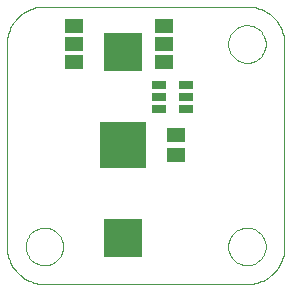
<source format=gbp>
G75*
G70*
%OFA0B0*%
%FSLAX24Y24*%
%IPPOS*%
%LPD*%
%AMOC8*
5,1,8,0,0,1.08239X$1,22.5*
%
%ADD10C,0.0000*%
%ADD11R,0.0630X0.0460*%
%ADD12R,0.0500X0.0250*%
%ADD13R,0.1560X0.1560*%
%ADD14R,0.1250X0.1250*%
%ADD15R,0.0591X0.0512*%
D10*
X000680Y001930D02*
X000680Y008680D01*
X000682Y008748D01*
X000687Y008815D01*
X000696Y008882D01*
X000709Y008949D01*
X000726Y009014D01*
X000745Y009079D01*
X000769Y009143D01*
X000796Y009205D01*
X000826Y009266D01*
X000859Y009324D01*
X000895Y009381D01*
X000935Y009436D01*
X000977Y009489D01*
X001023Y009540D01*
X001070Y009587D01*
X001121Y009633D01*
X001174Y009675D01*
X001229Y009715D01*
X001286Y009751D01*
X001344Y009784D01*
X001405Y009814D01*
X001467Y009841D01*
X001531Y009865D01*
X001596Y009884D01*
X001661Y009901D01*
X001728Y009914D01*
X001795Y009923D01*
X001862Y009928D01*
X001930Y009930D01*
X008680Y009930D01*
X008748Y009928D01*
X008815Y009923D01*
X008882Y009914D01*
X008949Y009901D01*
X009014Y009884D01*
X009079Y009865D01*
X009143Y009841D01*
X009205Y009814D01*
X009266Y009784D01*
X009324Y009751D01*
X009381Y009715D01*
X009436Y009675D01*
X009489Y009633D01*
X009540Y009587D01*
X009587Y009540D01*
X009633Y009489D01*
X009675Y009436D01*
X009715Y009381D01*
X009751Y009324D01*
X009784Y009266D01*
X009814Y009205D01*
X009841Y009143D01*
X009865Y009079D01*
X009884Y009014D01*
X009901Y008949D01*
X009914Y008882D01*
X009923Y008815D01*
X009928Y008748D01*
X009930Y008680D01*
X009930Y001930D01*
X009928Y001862D01*
X009923Y001795D01*
X009914Y001728D01*
X009901Y001661D01*
X009884Y001596D01*
X009865Y001531D01*
X009841Y001467D01*
X009814Y001405D01*
X009784Y001344D01*
X009751Y001286D01*
X009715Y001229D01*
X009675Y001174D01*
X009633Y001121D01*
X009587Y001070D01*
X009540Y001023D01*
X009489Y000977D01*
X009436Y000935D01*
X009381Y000895D01*
X009324Y000859D01*
X009266Y000826D01*
X009205Y000796D01*
X009143Y000769D01*
X009079Y000745D01*
X009014Y000726D01*
X008949Y000709D01*
X008882Y000696D01*
X008815Y000687D01*
X008748Y000682D01*
X008680Y000680D01*
X001930Y000680D01*
X001862Y000682D01*
X001795Y000687D01*
X001728Y000696D01*
X001661Y000709D01*
X001596Y000726D01*
X001531Y000745D01*
X001467Y000769D01*
X001405Y000796D01*
X001344Y000826D01*
X001286Y000859D01*
X001229Y000895D01*
X001174Y000935D01*
X001121Y000977D01*
X001070Y001023D01*
X001023Y001070D01*
X000977Y001121D01*
X000935Y001174D01*
X000895Y001229D01*
X000859Y001286D01*
X000826Y001344D01*
X000796Y001405D01*
X000769Y001467D01*
X000745Y001531D01*
X000726Y001596D01*
X000709Y001661D01*
X000696Y001728D01*
X000687Y001795D01*
X000682Y001862D01*
X000680Y001930D01*
X001305Y001930D02*
X001307Y001980D01*
X001313Y002029D01*
X001323Y002078D01*
X001336Y002125D01*
X001354Y002172D01*
X001375Y002217D01*
X001399Y002260D01*
X001427Y002301D01*
X001458Y002340D01*
X001492Y002376D01*
X001529Y002410D01*
X001569Y002440D01*
X001610Y002467D01*
X001654Y002491D01*
X001699Y002511D01*
X001746Y002527D01*
X001794Y002540D01*
X001843Y002549D01*
X001893Y002554D01*
X001942Y002555D01*
X001992Y002552D01*
X002041Y002545D01*
X002090Y002534D01*
X002137Y002520D01*
X002183Y002501D01*
X002228Y002479D01*
X002271Y002454D01*
X002311Y002425D01*
X002349Y002393D01*
X002385Y002359D01*
X002418Y002321D01*
X002447Y002281D01*
X002473Y002239D01*
X002496Y002195D01*
X002515Y002149D01*
X002531Y002102D01*
X002543Y002053D01*
X002551Y002004D01*
X002555Y001955D01*
X002555Y001905D01*
X002551Y001856D01*
X002543Y001807D01*
X002531Y001758D01*
X002515Y001711D01*
X002496Y001665D01*
X002473Y001621D01*
X002447Y001579D01*
X002418Y001539D01*
X002385Y001501D01*
X002349Y001467D01*
X002311Y001435D01*
X002271Y001406D01*
X002228Y001381D01*
X002183Y001359D01*
X002137Y001340D01*
X002090Y001326D01*
X002041Y001315D01*
X001992Y001308D01*
X001942Y001305D01*
X001893Y001306D01*
X001843Y001311D01*
X001794Y001320D01*
X001746Y001333D01*
X001699Y001349D01*
X001654Y001369D01*
X001610Y001393D01*
X001569Y001420D01*
X001529Y001450D01*
X001492Y001484D01*
X001458Y001520D01*
X001427Y001559D01*
X001399Y001600D01*
X001375Y001643D01*
X001354Y001688D01*
X001336Y001735D01*
X001323Y001782D01*
X001313Y001831D01*
X001307Y001880D01*
X001305Y001930D01*
X008055Y001930D02*
X008057Y001980D01*
X008063Y002029D01*
X008073Y002078D01*
X008086Y002125D01*
X008104Y002172D01*
X008125Y002217D01*
X008149Y002260D01*
X008177Y002301D01*
X008208Y002340D01*
X008242Y002376D01*
X008279Y002410D01*
X008319Y002440D01*
X008360Y002467D01*
X008404Y002491D01*
X008449Y002511D01*
X008496Y002527D01*
X008544Y002540D01*
X008593Y002549D01*
X008643Y002554D01*
X008692Y002555D01*
X008742Y002552D01*
X008791Y002545D01*
X008840Y002534D01*
X008887Y002520D01*
X008933Y002501D01*
X008978Y002479D01*
X009021Y002454D01*
X009061Y002425D01*
X009099Y002393D01*
X009135Y002359D01*
X009168Y002321D01*
X009197Y002281D01*
X009223Y002239D01*
X009246Y002195D01*
X009265Y002149D01*
X009281Y002102D01*
X009293Y002053D01*
X009301Y002004D01*
X009305Y001955D01*
X009305Y001905D01*
X009301Y001856D01*
X009293Y001807D01*
X009281Y001758D01*
X009265Y001711D01*
X009246Y001665D01*
X009223Y001621D01*
X009197Y001579D01*
X009168Y001539D01*
X009135Y001501D01*
X009099Y001467D01*
X009061Y001435D01*
X009021Y001406D01*
X008978Y001381D01*
X008933Y001359D01*
X008887Y001340D01*
X008840Y001326D01*
X008791Y001315D01*
X008742Y001308D01*
X008692Y001305D01*
X008643Y001306D01*
X008593Y001311D01*
X008544Y001320D01*
X008496Y001333D01*
X008449Y001349D01*
X008404Y001369D01*
X008360Y001393D01*
X008319Y001420D01*
X008279Y001450D01*
X008242Y001484D01*
X008208Y001520D01*
X008177Y001559D01*
X008149Y001600D01*
X008125Y001643D01*
X008104Y001688D01*
X008086Y001735D01*
X008073Y001782D01*
X008063Y001831D01*
X008057Y001880D01*
X008055Y001930D01*
X008055Y008680D02*
X008057Y008730D01*
X008063Y008779D01*
X008073Y008828D01*
X008086Y008875D01*
X008104Y008922D01*
X008125Y008967D01*
X008149Y009010D01*
X008177Y009051D01*
X008208Y009090D01*
X008242Y009126D01*
X008279Y009160D01*
X008319Y009190D01*
X008360Y009217D01*
X008404Y009241D01*
X008449Y009261D01*
X008496Y009277D01*
X008544Y009290D01*
X008593Y009299D01*
X008643Y009304D01*
X008692Y009305D01*
X008742Y009302D01*
X008791Y009295D01*
X008840Y009284D01*
X008887Y009270D01*
X008933Y009251D01*
X008978Y009229D01*
X009021Y009204D01*
X009061Y009175D01*
X009099Y009143D01*
X009135Y009109D01*
X009168Y009071D01*
X009197Y009031D01*
X009223Y008989D01*
X009246Y008945D01*
X009265Y008899D01*
X009281Y008852D01*
X009293Y008803D01*
X009301Y008754D01*
X009305Y008705D01*
X009305Y008655D01*
X009301Y008606D01*
X009293Y008557D01*
X009281Y008508D01*
X009265Y008461D01*
X009246Y008415D01*
X009223Y008371D01*
X009197Y008329D01*
X009168Y008289D01*
X009135Y008251D01*
X009099Y008217D01*
X009061Y008185D01*
X009021Y008156D01*
X008978Y008131D01*
X008933Y008109D01*
X008887Y008090D01*
X008840Y008076D01*
X008791Y008065D01*
X008742Y008058D01*
X008692Y008055D01*
X008643Y008056D01*
X008593Y008061D01*
X008544Y008070D01*
X008496Y008083D01*
X008449Y008099D01*
X008404Y008119D01*
X008360Y008143D01*
X008319Y008170D01*
X008279Y008200D01*
X008242Y008234D01*
X008208Y008270D01*
X008177Y008309D01*
X008149Y008350D01*
X008125Y008393D01*
X008104Y008438D01*
X008086Y008485D01*
X008073Y008532D01*
X008063Y008581D01*
X008057Y008630D01*
X008055Y008680D01*
D11*
X005930Y008680D03*
X005930Y008080D03*
X005930Y009280D03*
X002930Y009280D03*
X002930Y008680D03*
X002930Y008080D03*
D12*
X005755Y007305D03*
X005755Y006905D03*
X005755Y006505D03*
X006655Y006505D03*
X006655Y006905D03*
X006655Y007305D03*
D13*
X004555Y005305D03*
D14*
X004555Y008405D03*
X004555Y002205D03*
D15*
X006305Y004970D03*
X006305Y005640D03*
M02*

</source>
